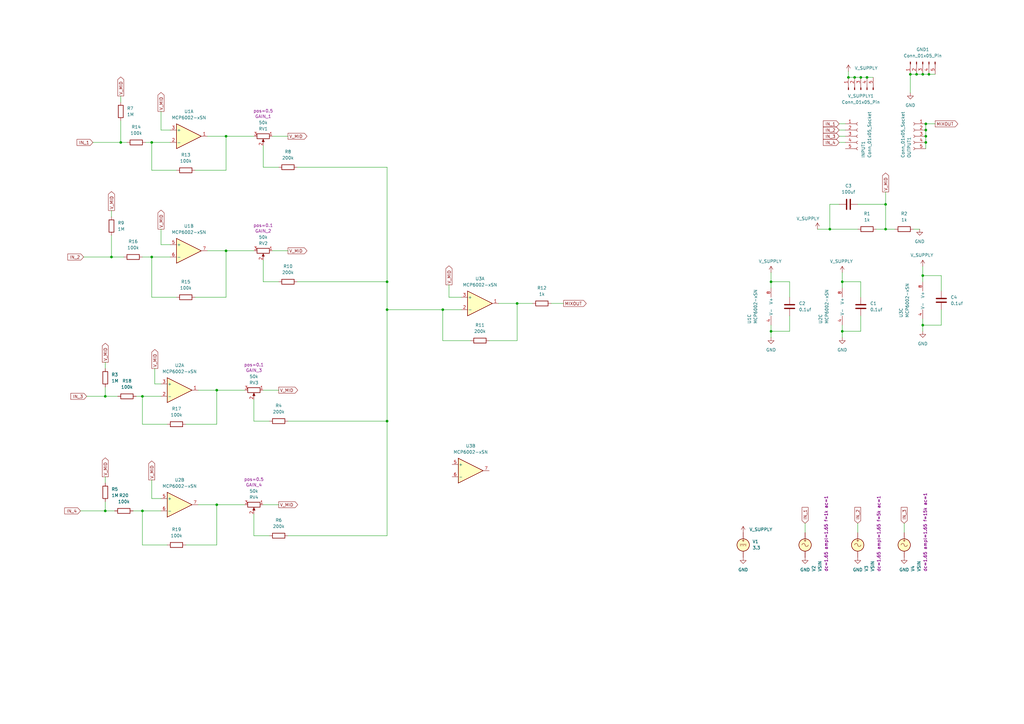
<source format=kicad_sch>
(kicad_sch (version 20231120) (generator "eeschema") (generator_version "8.0")
  (paper "A3")
  (lib_symbols
    (symbol "Amplifier_Operational:MCP6002-xSN" (pin_names (offset 0.127))
      (property "Reference" "U" (at 0 5.08 0))
      (property "Value" "MCP6002-xSN" (at 0 -5.08 0))
      (symbol "MCP6002-xSN_1_1"
        (polyline (pts (xy -5.08 5.08) (xy 5.08 0) (xy -5.08 -5.08) (xy -5.08 5.08)) (stroke (width 0.254)) (fill (type background)))
        (pin output line (at 7.62 0 180) (length 2.54) (name "~") (number "1"))
        (pin input line (at -7.62 -2.54 0) (length 2.54) (name "-") (number "2"))
        (pin input line (at -7.62 2.54 0) (length 2.54) (name "+") (number "3"))
      )
      (symbol "MCP6002-xSN_2_1"
        (polyline (pts (xy -5.08 5.08) (xy 5.08 0) (xy -5.08 -5.08) (xy -5.08 5.08)) (stroke (width 0.254)) (fill (type background)))
        (pin input line (at -7.62 2.54 0) (length 2.54) (name "+") (number "5"))
        (pin input line (at -7.62 -2.54 0) (length 2.54) (name "-") (number "6"))
        (pin output line (at 7.62 0 180) (length 2.54) (name "~") (number "7"))
      )
      (symbol "MCP6002-xSN_3_1"
        (pin power_in line (at -2.54 -7.62 90) (length 3.81) (name "V-") (number "4"))
        (pin power_in line (at -2.54 7.62 270) (length 3.81) (name "V+") (number "8"))
      )
    )
    (symbol "Connector:Conn_01x05_Pin" (pin_names (offset 1.016) hide)
      (property "Reference" "J" (at 0 7.62 0))
      (property "Value" "Conn_01x05_Pin" (at 0 -7.62 0))
      (symbol "Conn_01x05_Pin_1_1"
        (polyline (pts (xy 1.27 -5.08) (xy 0.8636 -5.08)) (stroke (width 0.1524)))
        (polyline (pts (xy 1.27 -2.54) (xy 0.8636 -2.54)) (stroke (width 0.1524)))
        (polyline (pts (xy 1.27 0) (xy 0.8636 0)) (stroke (width 0.1524)))
        (polyline (pts (xy 1.27 2.54) (xy 0.8636 2.54)) (stroke (width 0.1524)))
        (polyline (pts (xy 1.27 5.08) (xy 0.8636 5.08)) (stroke (width 0.1524)))
        (rectangle (start 0.8636 -4.953) (end 0 -5.207) (stroke (width 0.1524)) (fill (type outline)))
        (rectangle (start 0.8636 -2.413) (end 0 -2.667) (stroke (width 0.1524)) (fill (type outline)))
        (rectangle (start 0.8636 0.127) (end 0 -0.127) (stroke (width 0.1524)) (fill (type outline)))
        (rectangle (start 0.8636 2.667) (end 0 2.413) (stroke (width 0.1524)) (fill (type outline)))
        (rectangle (start 0.8636 5.207) (end 0 4.953) (stroke (width 0.1524)) (fill (type outline)))
        (pin passive line (at 5.08 5.08 180) (length 3.81) (name "Pin_1") (number "1"))
        (pin passive line (at 5.08 2.54 180) (length 3.81) (name "Pin_2") (number "2"))
        (pin passive line (at 5.08 0 180) (length 3.81) (name "Pin_3") (number "3"))
        (pin passive line (at 5.08 -2.54 180) (length 3.81) (name "Pin_4") (number "4"))
        (pin passive line (at 5.08 -5.08 180) (length 3.81) (name "Pin_5") (number "5"))
      )
    )
    (symbol "Connector:Conn_01x05_Socket" (pin_names (offset 1.016) hide)
      (property "Reference" "J" (at 0 7.62 0))
      (property "Value" "Conn_01x05_Socket" (at 0 -7.62 0))
      (symbol "Conn_01x05_Socket_1_1"
        (arc (start 0 -4.572) (mid -0.5058 -5.08) (end 0 -5.588) (stroke (width 0.1524)))
        (arc (start 0 -2.032) (mid -0.5058 -2.54) (end 0 -3.048) (stroke (width 0.1524)))
        (polyline (pts (xy -1.27 -5.08) (xy -0.508 -5.08)) (stroke (width 0.1524)))
        (polyline (pts (xy -1.27 -2.54) (xy -0.508 -2.54)) (stroke (width 0.1524)))
        (polyline (pts (xy -1.27 0) (xy -0.508 0)) (stroke (width 0.1524)))
        (polyline (pts (xy -1.27 2.54) (xy -0.508 2.54)) (stroke (width 0.1524)))
        (polyline (pts (xy -1.27 5.08) (xy -0.508 5.08)) (stroke (width 0.1524)))
        (arc (start 0 0.508) (mid -0.5058 0) (end 0 -0.508) (stroke (width 0.1524)))
        (arc (start 0 3.048) (mid -0.5058 2.54) (end 0 2.032) (stroke (width 0.1524)))
        (arc (start 0 5.588) (mid -0.5058 5.08) (end 0 4.572) (stroke (width 0.1524)))
        (pin passive line (at -5.08 5.08 0) (length 3.81) (name "Pin_1") (number "1"))
        (pin passive line (at -5.08 2.54 0) (length 3.81) (name "Pin_2") (number "2"))
        (pin passive line (at -5.08 0 0) (length 3.81) (name "Pin_3") (number "3"))
        (pin passive line (at -5.08 -2.54 0) (length 3.81) (name "Pin_4") (number "4"))
        (pin passive line (at -5.08 -5.08 0) (length 3.81) (name "Pin_5") (number "5"))
      )
    )
    (symbol "Device:C" (pin_numbers hide) (pin_names (offset 0.254))
      (property "Reference" "C" (at 0.635 2.54 0))
      (property "Value" "C" (at 0.635 -2.54 0))
      (symbol "C_0_1"
        (polyline (pts (xy -2.032 -0.762) (xy 2.032 -0.762)) (stroke (width 0.508)))
        (polyline (pts (xy -2.032 0.762) (xy 2.032 0.762)) (stroke (width 0.508)))
      )
      (symbol "C_1_1"
        (pin passive line (at 0 3.81 270) (length 2.794) (name "~") (number "1"))
        (pin passive line (at 0 -3.81 90) (length 2.794) (name "~") (number "2"))
      )
    )
    (symbol "Device:R" (pin_numbers hide) (pin_names (offset 0))
      (property "Reference" "R" (at 2.032 0 90))
      (property "Value" "R" (at 0 0 90))
      (symbol "R_0_1"
        (rectangle (start -1.016 -2.54) (end 1.016 2.54) (stroke (width 0.254)))
      )
      (symbol "R_1_1"
        (pin passive line (at 0 3.81 270) (length 1.27) (name "~") (number "1"))
        (pin passive line (at 0 -3.81 90) (length 1.27) (name "~") (number "2"))
      )
    )
    (symbol "Device:R_Potentiometer" (pin_names (offset 1.016) hide)
      (property "Reference" "RV" (at -4.445 0 90))
      (property "Value" "R_Potentiometer" (at -2.54 0 90))
      (symbol "R_Potentiometer_0_1"
        (polyline (pts (xy 2.54 0) (xy 1.524 0)))
        (polyline (pts (xy 1.143 0) (xy 2.286 0.508) (xy 2.286 -0.508) (xy 1.143 0)) (fill (type outline)))
        (rectangle (start 1.016 2.54) (end -1.016 -2.54) (stroke (width 0.254)))
      )
      (symbol "R_Potentiometer_1_1"
        (pin passive line (at 0 3.81 270) (length 1.27) (name "1") (number "1"))
        (pin passive line (at 3.81 0 180) (length 1.27) (name "2") (number "2"))
        (pin passive line (at 0 -3.81 90) (length 1.27) (name "3") (number "3"))
      )
    )
    (symbol "Simulation_SPICE:VDC" (pin_numbers hide) (pin_names (offset 0.0254))
      (property "Reference" "V" (at 2.54 2.54 0))
      (property "Value" "1" (at 2.54 0 0))
      (symbol "VDC_0_0"
        (polyline (pts (xy -1.27 0.254) (xy 1.27 0.254)))
        (polyline (pts (xy -0.762 -0.254) (xy -1.27 -0.254)))
        (polyline (pts (xy 0.254 -0.254) (xy -0.254 -0.254)))
        (polyline (pts (xy 1.27 -0.254) (xy 0.762 -0.254)))
        (text "+" (at 0 1.905 0) (effects (font (size 1.27 1.27))))
      )
      (symbol "VDC_0_1"
        (circle (center 0 0) (radius 2.54) (stroke (width 0.254)) (fill (type background)))
      )
      (symbol "VDC_1_1"
        (pin passive line (at 0 5.08 270) (length 2.54) (name "~") (number "1"))
        (pin passive line (at 0 -5.08 90) (length 2.54) (name "~") (number "2"))
      )
    )
    (symbol "Simulation_SPICE:VSIN" (pin_numbers hide) (pin_names (offset 0.0254))
      (property "Reference" "V" (at 2.54 2.54 0))
      (property "Value" "VSIN" (at 2.54 0 0))
      (property "Sim.Params" "dc=0 ampl=1 f=1k ac=1" (at 2.54 -2.54 0))
      (symbol "VSIN_0_0"
        (arc (start 0 0) (mid -0.635 0.6323) (end -1.27 0))
        (arc (start 0 0) (mid 0.635 -0.6323) (end 1.27 0))
        (text "+" (at 0 1.905 0) (effects (font (size 1.27 1.27))))
      )
      (symbol "VSIN_0_1"
        (circle (center 0 0) (radius 2.54) (stroke (width 0.254)) (fill (type background)))
      )
      (symbol "VSIN_1_1"
        (pin passive line (at 0 5.08 270) (length 2.54) (name "~") (number "1"))
        (pin passive line (at 0 -5.08 90) (length 2.54) (name "~") (number "2"))
      )
    )
    (symbol "power:+5V" (power) (pin_numbers hide) (pin_names (offset 0) hide)
      (property "Value" "+5V" (at 0 3.556 0))
      (symbol "+5V_0_1"
        (polyline (pts (xy -0.762 1.27) (xy 0 2.54)))
        (polyline (pts (xy 0 0) (xy 0 2.54)))
        (polyline (pts (xy 0 2.54) (xy 0.762 1.27)))
      )
      (symbol "+5V_1_1"
        (pin power_in line (at 0 0 90) (length 0) (name "~") (number "1"))
      )
    )
    (symbol "power:GND" (power) (pin_numbers hide) (pin_names (offset 0) hide)
      (property "Value" "GND" (at 0 -3.81 0))
      (symbol "GND_0_1"
        (polyline (pts (xy 0 0) (xy 0 -1.27) (xy 1.27 -1.27) (xy 0 -2.54) (xy -1.27 -1.27) (xy 0 -1.27)))
      )
      (symbol "GND_1_1"
        (pin power_in line (at 0 0 270) (length 0) (name "~") (number "1"))
      )
    )
  )
  (junction (at 88.9 160.02))
  (junction (at 340.36 93.98))
  (junction (at 350.52 31.75))
  (junction (at 58.42 162.56))
  (junction (at 88.9 207.01))
  (junction (at 345.44 115.57))
  (junction (at 375.92 30.48))
  (junction (at 347.98 31.75))
  (junction (at 379.73 53.34))
  (junction (at 92.71 55.88))
  (junction (at 379.73 55.88))
  (junction (at 316.23 115.57))
  (junction (at 158.75 115.57))
  (junction (at 355.6 31.75))
  (junction (at 381 30.48))
  (junction (at 363.22 93.98))
  (junction (at 62.23 58.42))
  (junction (at 58.42 209.55))
  (junction (at 363.22 83.82))
  (junction (at 62.23 105.41))
  (junction (at 158.75 127))
  (junction (at 378.46 30.48))
  (junction (at 92.71 102.87))
  (junction (at 49.53 58.42))
  (junction (at 158.75 172.72))
  (junction (at 378.46 113.03))
  (junction (at 378.46 133.35))
  (junction (at 45.72 105.41))
  (junction (at 43.18 209.55))
  (junction (at 353.06 31.75))
  (junction (at 379.73 50.8))
  (junction (at 181.61 127))
  (junction (at 345.44 135.89))
  (junction (at 316.23 135.89))
  (junction (at 212.09 124.46))
  (junction (at 373.38 30.48))
  (junction (at 43.18 162.56))
  (junction (at 379.73 58.42))
  (wire (pts (xy 370.84 214.63) (xy 370.84 218.44)))
  (wire (pts (xy 54.61 209.55) (xy 58.42 209.55)))
  (wire (pts (xy 121.92 68.58) (xy 158.75 68.58)))
  (wire (pts (xy 66.04 100.33) (xy 69.85 100.33)))
  (wire (pts (xy 344.17 58.42) (xy 346.71 58.42)))
  (wire (pts (xy 378.46 135.89) (xy 378.46 133.35)))
  (wire (pts (xy 69.85 53.34) (xy 66.04 53.34)))
  (wire (pts (xy 386.08 119.38) (xy 386.08 113.03)))
  (wire (pts (xy 158.75 127) (xy 181.61 127)))
  (wire (pts (xy 50.8 105.41) (xy 45.72 105.41)))
  (wire (pts (xy 107.95 115.57) (xy 114.3 115.57)))
  (wire (pts (xy 323.85 121.92) (xy 323.85 115.57)))
  (wire (pts (xy 107.95 106.68) (xy 107.95 115.57)))
  (wire (pts (xy 80.01 121.92) (xy 92.71 121.92)))
  (wire (pts (xy 63.5 151.13) (xy 63.5 157.48)))
  (wire (pts (xy 80.01 69.85) (xy 92.71 69.85)))
  (wire (pts (xy 72.39 121.92) (xy 62.23 121.92)))
  (wire (pts (xy 58.42 162.56) (xy 66.04 162.56)))
  (wire (pts (xy 323.85 129.54) (xy 323.85 135.89)))
  (wire (pts (xy 193.04 139.7) (xy 181.61 139.7)))
  (wire (pts (xy 88.9 160.02) (xy 100.33 160.02)))
  (wire (pts (xy 355.6 31.75) (xy 358.14 31.75)))
  (wire (pts (xy 340.36 93.98) (xy 351.79 93.98)))
  (wire (pts (xy 353.06 129.54) (xy 353.06 135.89)))
  (wire (pts (xy 62.23 105.41) (xy 62.23 121.92)))
  (wire (pts (xy 88.9 207.01) (xy 88.9 223.52)))
  (wire (pts (xy 204.47 124.46) (xy 212.09 124.46)))
  (wire (pts (xy 379.73 58.42) (xy 379.73 60.96)))
  (wire (pts (xy 158.75 172.72) (xy 158.75 127)))
  (wire (pts (xy 107.95 160.02) (xy 114.3 160.02)))
  (wire (pts (xy 347.98 31.75) (xy 350.52 31.75)))
  (wire (pts (xy 316.23 111.76) (xy 316.23 115.57)))
  (wire (pts (xy 111.76 102.87) (xy 118.11 102.87)))
  (wire (pts (xy 111.76 55.88) (xy 118.11 55.88)))
  (wire (pts (xy 62.23 196.85) (xy 62.23 204.47)))
  (wire (pts (xy 35.56 162.56) (xy 43.18 162.56)))
  (wire (pts (xy 88.9 207.01) (xy 100.33 207.01)))
  (wire (pts (xy 68.58 173.99) (xy 58.42 173.99)))
  (wire (pts (xy 386.08 127) (xy 386.08 133.35)))
  (wire (pts (xy 344.17 53.34) (xy 346.71 53.34)))
  (wire (pts (xy 316.23 135.89) (xy 316.23 133.35)))
  (wire (pts (xy 218.44 124.46) (xy 212.09 124.46)))
  (wire (pts (xy 381 30.48) (xy 383.54 30.48)))
  (wire (pts (xy 345.44 111.76) (xy 345.44 115.57)))
  (wire (pts (xy 363.22 78.74) (xy 363.22 83.82)))
  (wire (pts (xy 316.23 138.43) (xy 316.23 135.89)))
  (wire (pts (xy 363.22 93.98) (xy 367.03 93.98)))
  (wire (pts (xy 353.06 135.89) (xy 345.44 135.89)))
  (wire (pts (xy 379.73 50.8) (xy 379.73 53.34)))
  (wire (pts (xy 378.46 113.03) (xy 378.46 115.57)))
  (wire (pts (xy 353.06 31.75) (xy 355.6 31.75)))
  (wire (pts (xy 58.42 209.55) (xy 58.42 223.52)))
  (wire (pts (xy 58.42 105.41) (xy 62.23 105.41)))
  (wire (pts (xy 81.28 207.01) (xy 88.9 207.01)))
  (wire (pts (xy 330.2 214.63) (xy 330.2 218.44)))
  (wire (pts (xy 373.38 30.48) (xy 375.92 30.48)))
  (wire (pts (xy 377.19 93.98) (xy 374.65 93.98)))
  (wire (pts (xy 43.18 209.55) (xy 46.99 209.55)))
  (wire (pts (xy 373.38 30.48) (xy 373.38 38.1)))
  (wire (pts (xy 335.28 93.98) (xy 340.36 93.98)))
  (wire (pts (xy 43.18 148.59) (xy 43.18 151.13)))
  (wire (pts (xy 323.85 135.89) (xy 316.23 135.89)))
  (wire (pts (xy 353.06 121.92) (xy 353.06 115.57)))
  (wire (pts (xy 347.98 31.75) (xy 347.98 29.21)))
  (wire (pts (xy 104.14 219.71) (xy 110.49 219.71)))
  (wire (pts (xy 212.09 124.46) (xy 212.09 139.7)))
  (wire (pts (xy 66.04 53.34) (xy 66.04 45.72)))
  (wire (pts (xy 62.23 105.41) (xy 69.85 105.41)))
  (wire (pts (xy 344.17 83.82) (xy 340.36 83.82)))
  (wire (pts (xy 107.95 59.69) (xy 107.95 68.58)))
  (wire (pts (xy 181.61 139.7) (xy 181.61 127)))
  (wire (pts (xy 386.08 113.03) (xy 378.46 113.03)))
  (wire (pts (xy 344.17 50.8) (xy 346.71 50.8)))
  (wire (pts (xy 88.9 160.02) (xy 88.9 173.99)))
  (wire (pts (xy 340.36 83.82) (xy 340.36 93.98)))
  (wire (pts (xy 58.42 209.55) (xy 66.04 209.55)))
  (wire (pts (xy 158.75 115.57) (xy 158.75 127)))
  (wire (pts (xy 378.46 30.48) (xy 381 30.48)))
  (wire (pts (xy 49.53 58.42) (xy 52.07 58.42)))
  (wire (pts (xy 107.95 207.01) (xy 114.3 207.01)))
  (wire (pts (xy 212.09 139.7) (xy 200.66 139.7)))
  (wire (pts (xy 34.29 105.41) (xy 45.72 105.41)))
  (wire (pts (xy 231.14 124.46) (xy 226.06 124.46)))
  (wire (pts (xy 158.75 219.71) (xy 158.75 172.72)))
  (wire (pts (xy 316.23 115.57) (xy 316.23 118.11)))
  (wire (pts (xy 49.53 39.37) (xy 49.53 41.91)))
  (wire (pts (xy 118.11 219.71) (xy 158.75 219.71)))
  (wire (pts (xy 38.1 58.42) (xy 49.53 58.42)))
  (wire (pts (xy 104.14 163.83) (xy 104.14 172.72)))
  (wire (pts (xy 383.54 50.8) (xy 379.73 50.8)))
  (wire (pts (xy 378.46 109.22) (xy 378.46 113.03)))
  (wire (pts (xy 92.71 102.87) (xy 92.71 121.92)))
  (wire (pts (xy 184.15 116.84) (xy 184.15 121.92)))
  (wire (pts (xy 76.2 173.99) (xy 88.9 173.99)))
  (wire (pts (xy 118.11 172.72) (xy 158.75 172.72)))
  (wire (pts (xy 66.04 93.98) (xy 66.04 100.33)))
  (wire (pts (xy 85.09 102.87) (xy 92.71 102.87)))
  (wire (pts (xy 158.75 68.58) (xy 158.75 115.57)))
  (wire (pts (xy 45.72 96.52) (xy 45.72 105.41)))
  (wire (pts (xy 43.18 162.56) (xy 48.26 162.56)))
  (wire (pts (xy 353.06 115.57) (xy 345.44 115.57)))
  (wire (pts (xy 59.69 58.42) (xy 62.23 58.42)))
  (wire (pts (xy 344.17 55.88) (xy 346.71 55.88)))
  (wire (pts (xy 104.14 210.82) (xy 104.14 219.71)))
  (wire (pts (xy 43.18 158.75) (xy 43.18 162.56)))
  (wire (pts (xy 363.22 83.82) (xy 363.22 93.98)))
  (wire (pts (xy 345.44 135.89) (xy 345.44 133.35)))
  (wire (pts (xy 350.52 31.75) (xy 353.06 31.75)))
  (wire (pts (xy 104.14 172.72) (xy 110.49 172.72)))
  (wire (pts (xy 43.18 195.58) (xy 43.18 198.12)))
  (wire (pts (xy 323.85 115.57) (xy 316.23 115.57)))
  (wire (pts (xy 181.61 127) (xy 189.23 127)))
  (wire (pts (xy 81.28 160.02) (xy 88.9 160.02)))
  (wire (pts (xy 379.73 55.88) (xy 379.73 58.42)))
  (wire (pts (xy 359.41 93.98) (xy 363.22 93.98)))
  (wire (pts (xy 45.72 86.36) (xy 45.72 88.9)))
  (wire (pts (xy 63.5 157.48) (xy 66.04 157.48)))
  (wire (pts (xy 345.44 115.57) (xy 345.44 118.11)))
  (wire (pts (xy 351.79 83.82) (xy 363.22 83.82)))
  (wire (pts (xy 107.95 68.58) (xy 114.3 68.58)))
  (wire (pts (xy 92.71 55.88) (xy 104.14 55.88)))
  (wire (pts (xy 33.02 209.55) (xy 43.18 209.55)))
  (wire (pts (xy 72.39 69.85) (xy 62.23 69.85)))
  (wire (pts (xy 62.23 58.42) (xy 62.23 69.85)))
  (wire (pts (xy 58.42 162.56) (xy 58.42 173.99)))
  (wire (pts (xy 379.73 53.34) (xy 379.73 55.88)))
  (wire (pts (xy 184.15 121.92) (xy 189.23 121.92)))
  (wire (pts (xy 68.58 223.52) (xy 58.42 223.52)))
  (wire (pts (xy 49.53 49.53) (xy 49.53 58.42)))
  (wire (pts (xy 378.46 133.35) (xy 378.46 130.81)))
  (wire (pts (xy 76.2 223.52) (xy 88.9 223.52)))
  (wire (pts (xy 85.09 55.88) (xy 92.71 55.88)))
  (wire (pts (xy 351.79 214.63) (xy 351.79 218.44)))
  (wire (pts (xy 92.71 102.87) (xy 104.14 102.87)))
  (wire (pts (xy 55.88 162.56) (xy 58.42 162.56)))
  (wire (pts (xy 92.71 55.88) (xy 92.71 69.85)))
  (wire (pts (xy 62.23 204.47) (xy 66.04 204.47)))
  (wire (pts (xy 43.18 205.74) (xy 43.18 209.55)))
  (wire (pts (xy 386.08 133.35) (xy 378.46 133.35)))
  (wire (pts (xy 345.44 138.43) (xy 345.44 135.89)))
  (wire (pts (xy 121.92 115.57) (xy 158.75 115.57)))
  (wire (pts (xy 375.92 30.48) (xy 378.46 30.48)))
  (wire (pts (xy 62.23 58.42) (xy 69.85 58.42)))
  (global_label "V_MID" (shape output) (at 43.18 195.58 90) (property "Intersheetrefs" "${INTERSHEET_REFS}" (effects (hide yes))))
  (global_label "IN_3" (shape input) (at 35.56 162.56 180) (property "Intersheetrefs" "${INTERSHEET_REFS}" (effects (hide yes))))
  (global_label "V_MID" (shape output) (at 118.11 102.87 0) (property "Intersheetrefs" "${INTERSHEET_REFS}" (effects (hide yes))))
  (global_label "IN_1" (shape input) (at 38.1 58.42 180) (property "Intersheetrefs" "${INTERSHEET_REFS}" (effects (hide yes))))
  (global_label "IN_4" (shape input) (at 33.02 209.55 180) (property "Intersheetrefs" "${INTERSHEET_REFS}" (effects (hide yes))))
  (global_label "IN_1" (shape input) (at 344.17 50.8 180) (property "Intersheetrefs" "${INTERSHEET_REFS}" (effects (hide yes))))
  (global_label "V_MID" (shape output) (at 63.5 151.13 90) (property "Intersheetrefs" "${INTERSHEET_REFS}" (effects (hide yes))))
  (global_label "IN_3" (shape input) (at 344.17 55.88 180) (property "Intersheetrefs" "${INTERSHEET_REFS}" (effects (hide yes))))
  (global_label "V_MID" (shape output) (at 43.18 148.59 90) (property "Intersheetrefs" "${INTERSHEET_REFS}" (effects (hide yes))))
  (global_label "V_MID" (shape output) (at 114.3 160.02 0) (property "Intersheetrefs" "${INTERSHEET_REFS}" (effects (hide yes))))
  (global_label "V_MID" (shape output) (at 45.72 86.36 90) (property "Intersheetrefs" "${INTERSHEET_REFS}" (effects (hide yes))))
  (global_label "IN_2" (shape input) (at 351.79 214.63 90) (property "Intersheetrefs" "${INTERSHEET_REFS}" (effects (hide yes))))
  (global_label "V_MID" (shape output) (at 49.53 39.37 90) (property "Intersheetrefs" "${INTERSHEET_REFS}" (effects (hide yes))))
  (global_label "V_MID" (shape output) (at 66.04 93.98 90) (property "Intersheetrefs" "${INTERSHEET_REFS}" (effects (hide yes))))
  (global_label "V_MID" (shape output) (at 118.11 55.88 0) (property "Intersheetrefs" "${INTERSHEET_REFS}" (effects (hide yes))))
  (global_label "IN_4" (shape input) (at 344.17 58.42 180) (property "Intersheetrefs" "${INTERSHEET_REFS}" (effects (hide yes))))
  (global_label "MIXOUT" (shape output) (at 231.14 124.46 0) (property "Intersheetrefs" "${INTERSHEET_REFS}" (effects (hide yes))))
  (global_label "IN_2" (shape input) (at 34.29 105.41 180) (property "Intersheetrefs" "${INTERSHEET_REFS}" (effects (hide yes))))
  (global_label "V_MID" (shape output) (at 184.15 116.84 90) (property "Intersheetrefs" "${INTERSHEET_REFS}" (effects (hide yes))))
  (global_label "IN_1" (shape input) (at 330.2 214.63 90) (property "Intersheetrefs" "${INTERSHEET_REFS}" (effects (hide yes))))
  (global_label "V_MID" (shape output) (at 114.3 207.01 0) (property "Intersheetrefs" "${INTERSHEET_REFS}" (effects (hide yes))))
  (global_label "IN_2" (shape input) (at 344.17 53.34 180) (property "Intersheetrefs" "${INTERSHEET_REFS}" (effects (hide yes))))
  (global_label "V_MID" (shape output) (at 363.22 78.74 90) (property "Intersheetrefs" "${INTERSHEET_REFS}" (effects (hide yes))))
  (global_label "IN_3" (shape input) (at 370.84 214.63 90) (property "Intersheetrefs" "${INTERSHEET_REFS}" (effects (hide yes))))
  (global_label "V_MID" (shape output) (at 62.23 196.85 90) (property "Intersheetrefs" "${INTERSHEET_REFS}" (effects (hide yes))))
  (global_label "MIXOUT" (shape output) (at 383.54 50.8 0) (property "Intersheetrefs" "${INTERSHEET_REFS}" (effects (hide yes))))
  (global_label "V_MID" (shape output) (at 66.04 45.72 90) (property "Intersheetrefs" "${INTERSHEET_REFS}" (effects (hide yes))))
  (symbol (lib_id "Simulation_SPICE:VSIN") (at 370.84 223.52 0) (unit 1) (on_board no)
    (property "Reference" "V4" (at 374.396 234.442 90) (effects (justify left)))
    (property "Value" "VSIN" (at 376.936 234.442 90) (effects (justify left)))
    (property "Datasheet" "https://ngspice.sourceforge.io/docs/ngspice-html-manual/manual.xhtml#sec_Independent_Sources_for" (effects (hide yes)))
    (property "Description" "Voltage source, sinusoidal" (effects (hide yes)))
    (property "Sim.Pins" "1=+ 2=-" (effects (hide yes)))
    (property "Sim.Params" "dc=1.65 ampl=1.65 f=15k ac=1" (at 379.476 234.442 90) (effects (justify left)))
    (property "Sim.Type" "SIN" (effects (hide yes)))
    (property "Sim.Device" "V" (effects (hide yes)))
  )
  (symbol (lib_id "Device:R") (at 355.6 93.98 90) (unit 1)
    (property "Reference" "R1" (at 355.6 87.63 90))
    (property "Value" "1k" (at 355.6 90.17 90))
    (property "Footprint" "Resistor_SMD:R_0402_1005Metric" (effects (hide yes)))
    (property "Description" "Resistor" (effects (hide yes)))
  )
  (symbol (lib_id "Simulation_SPICE:VDC") (at 304.8 223.52 0) (unit 1) (on_board no)
    (property "Reference" "V1" (at 308.61 222.1201 0) (effects (justify left)))
    (property "Value" "3.3" (at 308.61 224.6601 0) (effects (justify left)))
    (property "Datasheet" "https://ngspice.sourceforge.io/docs/ngspice-html-manual/manual.xhtml#sec_Independent_Sources_for" (effects (hide yes)))
    (property "Description" "Voltage source, DC" (effects (hide yes)))
    (property "Sim.Pins" "1=+ 2=-" (effects (hide yes)))
    (property "Sim.Type" "DC" (effects (hide yes)))
    (property "Sim.Device" "V" (effects (hide yes)))
  )
  (symbol (lib_id "power:+5V") (at 345.44 111.76 0) (unit 1)
    (property "Reference" "#PWR08" (effects (hide yes)))
    (property "Value" "V_SUPPLY" (at 340.36 107.188 0) (effects (justify left)))
    (property "Description" "Power symbol creates a global label with name \"+5V\"" (effects (hide yes)))
  )
  (symbol (lib_id "Device:C") (at 353.06 125.73 0) (unit 1)
    (property "Reference" "C1" (at 356.87 124.4599 0) (effects (justify left)))
    (property "Value" "0.1uf" (at 356.87 126.9999 0) (effects (justify left)))
    (property "Footprint" "Capacitor_SMD:C_0402_1005Metric" (effects (hide yes)))
    (property "Description" "Unpolarized capacitor" (effects (hide yes)))
  )
  (symbol (lib_id "Connector:Conn_01x05_Pin") (at 353.06 36.83 90) (unit 1) (exclude_from_sim yes)
    (property "Reference" "V_SUPPLY1" (at 353.06 39.37 90))
    (property "Value" "Conn_01x05_Pin" (at 353.06 41.91 90))
    (property "Footprint" "BreadModular_MISC:Power_Connector" (effects (hide yes)))
    (property "Description" "Generic connector, single row, 01x05, script generated" (effects (hide yes)))
  )
  (symbol (lib_id "Amplifier_Operational:MCP6002-xSN") (at 381 123.19 0) (unit 3)
    (property "Reference" "U3" (at 369.57 130.302 90) (effects (justify left)))
    (property "Value" "MCP6002-xSN" (at 372.11 130.302 90) (effects (justify left)))
    (property "Footprint" "Package_SO:SOIC-8-1EP_3.9x4.9mm_P1.27mm_EP2.29x3mm" (effects (hide yes)))
    (property "Datasheet" "http://ww1.microchip.com/downloads/en/DeviceDoc/21733j.pdf" (effects (hide yes)))
    (property "Description" "1MHz, Low-Power Op Amp, SOIC-8" (effects (hide yes)))
    (property "Sim.Library" "${KICAD8_SYMBOL_DIR}/Simulation_SPICE.sp" (effects (hide yes)))
    (property "Sim.Name" "kicad_builtin_opamp_dual" (effects (hide yes)))
    (property "Sim.Device" "SUBCKT" (effects (hide yes)))
    (property "Sim.Pins" "1=out1 2=in1- 3=in1+ 4=vee 5=in2+ 6=in2- 7=out2 8=vcc" (effects (hide yes)))
  )
  (symbol (lib_id "Device:R_Potentiometer") (at 104.14 160.02 270) (unit 1)
    (property "Reference" "RV3" (at 104.14 156.972 90))
    (property "Value" "50k" (at 104.14 154.432 90))
    (property "Footprint" "BreadModular_Pots:Potentiometer_RV09" (effects (hide yes)))
    (property "Description" "Potentiometer" (effects (hide yes)))
    (property "Sim.Device" "R" (effects (hide yes)))
    (property "Sim.Type" "POT" (effects (hide yes)))
    (property "Sim.Pins" "1=r0 2=wiper 3=r1" (effects (hide yes)))
    (property "Sim.Params" "pos=0.1" (at 104.14 149.606 90))
    (property "Comment" "GAIN_3" (at 104.14 151.892 90))
  )
  (symbol (lib_id "Device:R") (at 50.8 209.55 90) (unit 1)
    (property "Reference" "R20" (at 50.8 203.2 90))
    (property "Value" "100k" (at 50.8 205.74 90))
    (property "Footprint" "Resistor_SMD:R_0402_1005Metric" (effects (hide yes)))
    (property "Description" "Resistor" (effects (hide yes)))
  )
  (symbol (lib_id "power:GND") (at 316.23 138.43 0) (unit 1)
    (property "Reference" "#PWR011" (effects (hide yes)))
    (property "Value" "GND" (at 316.23 143.51 0))
    (property "Description" "Power symbol creates a global label with name \"GND\" , ground" (effects (hide yes)))
  )
  (symbol (lib_id "Device:R_Potentiometer") (at 104.14 207.01 270) (unit 1)
    (property "Reference" "RV4" (at 104.14 203.962 90))
    (property "Value" "50k" (at 104.14 201.422 90))
    (property "Footprint" "BreadModular_Pots:Potentiometer_RV09" (effects (hide yes)))
    (property "Description" "Potentiometer" (effects (hide yes)))
    (property "Sim.Device" "R" (effects (hide yes)))
    (property "Sim.Type" "POT" (effects (hide yes)))
    (property "Sim.Pins" "1=r0 2=wiper 3=r1" (effects (hide yes)))
    (property "Sim.Params" "pos=0.5" (at 104.14 196.596 90))
    (property "Comment" "GAIN_4" (at 104.14 198.882 90))
  )
  (symbol (lib_id "Device:R") (at 196.85 139.7 90) (unit 1)
    (property "Reference" "R11" (at 196.85 133.35 90))
    (property "Value" "200k" (at 196.85 135.89 90))
    (property "Footprint" "Resistor_SMD:R_0402_1005Metric" (effects (hide yes)))
    (property "Description" "Resistor" (effects (hide yes)))
  )
  (symbol (lib_id "Amplifier_Operational:MCP6002-xSN") (at 318.77 125.73 0) (unit 3)
    (property "Reference" "U1" (at 307.34 132.842 90) (effects (justify left)))
    (property "Value" "MCP6002-xSN" (at 309.88 132.842 90) (effects (justify left)))
    (property "Footprint" "Package_SO:SOIC-8-1EP_3.9x4.9mm_P1.27mm_EP2.29x3mm" (effects (hide yes)))
    (property "Datasheet" "http://ww1.microchip.com/downloads/en/DeviceDoc/21733j.pdf" (effects (hide yes)))
    (property "Description" "1MHz, Low-Power Op Amp, SOIC-8" (effects (hide yes)))
    (property "Sim.Library" "${KICAD8_SYMBOL_DIR}/Simulation_SPICE.sp" (effects (hide yes)))
    (property "Sim.Name" "kicad_builtin_opamp_dual" (effects (hide yes)))
    (property "Sim.Device" "SUBCKT" (effects (hide yes)))
    (property "Sim.Pins" "1=out1 2=in1- 3=in1+ 4=vee 5=in2+ 6=in2- 7=out2 8=vcc" (effects (hide yes)))
  )
  (symbol (lib_id "Simulation_SPICE:VSIN") (at 351.79 223.52 0) (unit 1) (on_board no)
    (property "Reference" "V3" (at 355.346 234.442 90) (effects (justify left)))
    (property "Value" "VSIN" (at 357.886 234.442 90) (effects (justify left)))
    (property "Datasheet" "https://ngspice.sourceforge.io/docs/ngspice-html-manual/manual.xhtml#sec_Independent_Sources_for" (effects (hide yes)))
    (property "Description" "Voltage source, sinusoidal" (effects (hide yes)))
    (property "Sim.Pins" "1=+ 2=-" (effects (hide yes)))
    (property "Sim.Params" "dc=1.65 ampl=1.65 f=5k ac=1" (at 360.426 234.442 90) (effects (justify left)))
    (property "Sim.Type" "SIN" (effects (hide yes)))
    (property "Sim.Device" "V" (effects (hide yes)))
  )
  (symbol (lib_id "Device:R") (at 45.72 92.71 0) (unit 1)
    (property "Reference" "R9" (at 48.26 91.4399 0) (effects (justify left)))
    (property "Value" "1M" (at 48.26 93.9799 0) (effects (justify left)))
    (property "Footprint" "Resistor_SMD:R_0402_1005Metric" (effects (hide yes)))
    (property "Description" "Resistor" (effects (hide yes)))
  )
  (symbol (lib_id "Device:R") (at 54.61 105.41 90) (unit 1)
    (property "Reference" "R16" (at 54.61 99.06 90))
    (property "Value" "100k" (at 54.61 101.6 90))
    (property "Footprint" "Resistor_SMD:R_0402_1005Metric" (effects (hide yes)))
    (property "Description" "Resistor" (effects (hide yes)))
  )
  (symbol (lib_id "Device:R") (at 43.18 154.94 0) (unit 1)
    (property "Reference" "R3" (at 45.72 153.6699 0) (effects (justify left)))
    (property "Value" "1M" (at 45.72 156.2099 0) (effects (justify left)))
    (property "Footprint" "Resistor_SMD:R_0402_1005Metric" (effects (hide yes)))
    (property "Description" "Resistor" (effects (hide yes)))
  )
  (symbol (lib_id "power:+5V") (at 304.8 218.44 0) (unit 1)
    (property "Reference" "#PWR02" (effects (hide yes)))
    (property "Value" "V_SUPPLY" (at 307.34 217.1699 0) (effects (justify left)))
    (property "Description" "Power symbol creates a global label with name \"+5V\"" (effects (hide yes)))
  )
  (symbol (lib_id "Simulation_SPICE:VSIN") (at 330.2 223.52 0) (unit 1) (on_board no)
    (property "Reference" "V2" (at 333.756 234.442 90) (effects (justify left)))
    (property "Value" "VSIN" (at 336.296 234.442 90) (effects (justify left)))
    (property "Datasheet" "https://ngspice.sourceforge.io/docs/ngspice-html-manual/manual.xhtml#sec_Independent_Sources_for" (effects (hide yes)))
    (property "Description" "Voltage source, sinusoidal" (effects (hide yes)))
    (property "Sim.Pins" "1=+ 2=-" (effects (hide yes)))
    (property "Sim.Params" "dc=1.65 ampl=1.65 f=1k ac=1" (at 338.836 234.442 90) (effects (justify left)))
    (property "Sim.Type" "SIN" (effects (hide yes)))
    (property "Sim.Device" "V" (effects (hide yes)))
  )
  (symbol (lib_id "Amplifier_Operational:MCP6002-xSN") (at 196.85 124.46 0) (unit 1)
    (property "Reference" "U3" (at 196.85 114.3 0))
    (property "Value" "MCP6002-xSN" (at 196.85 116.84 0))
    (property "Footprint" "Package_SO:SOIC-8-1EP_3.9x4.9mm_P1.27mm_EP2.29x3mm" (effects (hide yes)))
    (property "Datasheet" "http://ww1.microchip.com/downloads/en/DeviceDoc/21733j.pdf" (effects (hide yes)))
    (property "Description" "1MHz, Low-Power Op Amp, SOIC-8" (effects (hide yes)))
    (property "Sim.Library" "${KICAD8_SYMBOL_DIR}/Simulation_SPICE.sp" (effects (hide yes)))
    (property "Sim.Name" "kicad_builtin_opamp_dual" (effects (hide yes)))
    (property "Sim.Device" "SUBCKT" (effects (hide yes)))
    (property "Sim.Pins" "1=out1 2=in1- 3=in1+ 4=vee 5=in2+ 6=in2- 7=out2 8=vcc" (effects (hide yes)))
  )
  (symbol (lib_id "power:+5V") (at 347.98 29.21 0) (unit 1)
    (property "Reference" "#PWR01" (effects (hide yes)))
    (property "Value" "V_SUPPLY" (at 350.52 27.9399 0) (effects (justify left)))
    (property "Description" "Power symbol creates a global label with name \"+5V\"" (effects (hide yes)))
  )
  (symbol (lib_id "Amplifier_Operational:MCP6002-xSN") (at 193.04 193.04 0) (unit 2)
    (property "Reference" "U3" (at 193.04 182.88 0))
    (property "Value" "MCP6002-xSN" (at 193.04 185.42 0))
    (property "Footprint" "Package_SO:SOIC-8-1EP_3.9x4.9mm_P1.27mm_EP2.29x3mm" (effects (hide yes)))
    (property "Datasheet" "http://ww1.microchip.com/downloads/en/DeviceDoc/21733j.pdf" (effects (hide yes)))
    (property "Description" "1MHz, Low-Power Op Amp, SOIC-8" (effects (hide yes)))
    (property "Sim.Library" "${KICAD8_SYMBOL_DIR}/Simulation_SPICE.sp" (effects (hide yes)))
    (property "Sim.Name" "kicad_builtin_opamp_dual" (effects (hide yes)))
    (property "Sim.Device" "SUBCKT" (effects (hide yes)))
    (property "Sim.Pins" "1=out1 2=in1- 3=in1+ 4=vee 5=in2+ 6=in2- 7=out2 8=vcc" (effects (hide yes)))
  )
  (symbol (lib_id "power:GND") (at 373.38 38.1 0) (unit 1)
    (property "Reference" "#PWR05" (effects (hide yes)))
    (property "Value" "GND" (at 373.38 43.18 0))
    (property "Description" "Power symbol creates a global label with name \"GND\" , ground" (effects (hide yes)))
  )
  (symbol (lib_id "Device:R") (at 222.25 124.46 90) (unit 1)
    (property "Reference" "R12" (at 222.25 118.11 90))
    (property "Value" "1k" (at 222.25 120.65 90))
    (property "Footprint" "Resistor_SMD:R_0402_1005Metric" (effects (hide yes)))
    (property "Description" "Resistor" (effects (hide yes)))
  )
  (symbol (lib_id "Device:R_Potentiometer") (at 107.95 55.88 270) (unit 1)
    (property "Reference" "RV1" (at 107.95 52.832 90))
    (property "Value" "50k" (at 107.95 50.292 90))
    (property "Footprint" "BreadModular_Pots:Potentiometer_RV09" (effects (hide yes)))
    (property "Description" "Potentiometer" (effects (hide yes)))
    (property "Sim.Device" "R" (effects (hide yes)))
    (property "Sim.Type" "POT" (effects (hide yes)))
    (property "Sim.Pins" "1=r0 2=wiper 3=r1" (effects (hide yes)))
    (property "Sim.Params" "pos=0.5" (at 107.95 45.466 90))
    (property "Comment" "GAIN_1" (at 107.95 47.752 90))
  )
  (symbol (lib_id "Device:R") (at 76.2 121.92 90) (unit 1)
    (property "Reference" "R15" (at 76.2 115.57 90))
    (property "Value" "100k" (at 76.2 118.11 90))
    (property "Footprint" "Resistor_SMD:R_0402_1005Metric" (effects (hide yes)))
    (property "Description" "Resistor" (effects (hide yes)))
  )
  (symbol (lib_id "Amplifier_Operational:MCP6002-xSN") (at 73.66 207.01 0) (unit 2)
    (property "Reference" "U2" (at 73.66 196.85 0))
    (property "Value" "MCP6002-xSN" (at 73.66 199.39 0))
    (property "Footprint" "Package_SO:SOIC-8-1EP_3.9x4.9mm_P1.27mm_EP2.29x3mm" (effects (hide yes)))
    (property "Datasheet" "http://ww1.microchip.com/downloads/en/DeviceDoc/21733j.pdf" (effects (hide yes)))
    (property "Description" "1MHz, Low-Power Op Amp, SOIC-8" (effects (hide yes)))
    (property "Sim.Library" "${KICAD8_SYMBOL_DIR}/Simulation_SPICE.sp" (effects (hide yes)))
    (property "Sim.Name" "kicad_builtin_opamp_dual" (effects (hide yes)))
    (property "Sim.Device" "SUBCKT" (effects (hide yes)))
    (property "Sim.Pins" "1=out1 2=in1- 3=in1+ 4=vee 5=in2+ 6=in2- 7=out2 8=vcc" (effects (hide yes)))
  )
  (symbol (lib_id "Device:R") (at 72.39 223.52 90) (unit 1)
    (property "Reference" "R19" (at 72.39 217.17 90))
    (property "Value" "100k" (at 72.39 219.71 90))
    (property "Footprint" "Resistor_SMD:R_0402_1005Metric" (effects (hide yes)))
    (property "Description" "Resistor" (effects (hide yes)))
  )
  (symbol (lib_id "power:GND") (at 330.2 228.6 0) (unit 1)
    (property "Reference" "#PWR04" (effects (hide yes)))
    (property "Value" "GND" (at 330.2 233.68 0))
    (property "Description" "Power symbol creates a global label with name \"GND\" , ground" (effects (hide yes)))
  )
  (symbol (lib_id "Device:R") (at 72.39 173.99 90) (unit 1)
    (property "Reference" "R17" (at 72.39 167.64 90))
    (property "Value" "100k" (at 72.39 170.18 90))
    (property "Footprint" "Resistor_SMD:R_0402_1005Metric" (effects (hide yes)))
    (property "Description" "Resistor" (effects (hide yes)))
  )
  (symbol (lib_id "Device:C") (at 386.08 123.19 0) (unit 1)
    (property "Reference" "C4" (at 389.89 121.9199 0) (effects (justify left)))
    (property "Value" "0.1uf" (at 389.89 124.4599 0) (effects (justify left)))
    (property "Footprint" "Capacitor_SMD:C_0402_1005Metric" (effects (hide yes)))
    (property "Description" "Unpolarized capacitor" (effects (hide yes)))
  )
  (symbol (lib_id "power:GND") (at 304.8 228.6 0) (unit 1)
    (property "Reference" "#PWR03" (effects (hide yes)))
    (property "Value" "GND" (at 304.8 233.68 0))
    (property "Description" "Power symbol creates a global label with name \"GND\" , ground" (effects (hide yes)))
  )
  (symbol (lib_id "Device:R") (at 118.11 68.58 90) (unit 1)
    (property "Reference" "R8" (at 118.11 62.23 90))
    (property "Value" "200k" (at 118.11 64.77 90))
    (property "Footprint" "Resistor_SMD:R_0402_1005Metric" (effects (hide yes)))
    (property "Description" "Resistor" (effects (hide yes)))
  )
  (symbol (lib_id "Device:R") (at 43.18 201.93 0) (unit 1)
    (property "Reference" "R5" (at 45.72 200.6599 0) (effects (justify left)))
    (property "Value" "1M" (at 45.72 203.1999 0) (effects (justify left)))
    (property "Footprint" "Resistor_SMD:R_0402_1005Metric" (effects (hide yes)))
    (property "Description" "Resistor" (effects (hide yes)))
  )
  (symbol (lib_id "Device:R") (at 114.3 172.72 90) (unit 1)
    (property "Reference" "R4" (at 114.3 166.37 90))
    (property "Value" "200k" (at 114.3 168.91 90))
    (property "Footprint" "Resistor_SMD:R_0402_1005Metric" (effects (hide yes)))
    (property "Description" "Resistor" (effects (hide yes)))
  )
  (symbol (lib_id "Device:C") (at 323.85 125.73 0) (unit 1)
    (property "Reference" "C2" (at 327.66 124.4599 0) (effects (justify left)))
    (property "Value" "0.1uf" (at 327.66 126.9999 0) (effects (justify left)))
    (property "Footprint" "Capacitor_SMD:C_0402_1005Metric" (effects (hide yes)))
    (property "Description" "Unpolarized capacitor" (effects (hide yes)))
  )
  (symbol (lib_id "Device:R") (at 114.3 219.71 90) (unit 1)
    (property "Reference" "R6" (at 114.3 213.36 90))
    (property "Value" "200k" (at 114.3 215.9 90))
    (property "Footprint" "Resistor_SMD:R_0402_1005Metric" (effects (hide yes)))
    (property "Description" "Resistor" (effects (hide yes)))
  )
  (symbol (lib_id "Device:R") (at 55.88 58.42 90) (unit 1)
    (property "Reference" "R14" (at 55.88 52.07 90))
    (property "Value" "100k" (at 55.88 54.61 90))
    (property "Footprint" "Resistor_SMD:R_0402_1005Metric" (effects (hide yes)))
    (property "Description" "Resistor" (effects (hide yes)))
  )
  (symbol (lib_id "Connector:Conn_01x05_Socket") (at 374.65 55.88 0) (mirror y) (unit 1) (exclude_from_sim yes)
    (property "Reference" "OUTPUT1" (at 372.872 64.77 90) (effects (justify left)))
    (property "Value" "Conn_01x05_Socket" (at 370.332 64.77 90) (effects (justify left)))
    (property "Footprint" "Connector_PinSocket_2.54mm:PinSocket_1x05_P2.54mm_Vertical" (effects (hide yes)))
    (property "Description" "Generic connector, single row, 01x05, script generated" (effects (hide yes)))
  )
  (symbol (lib_id "power:GND") (at 370.84 228.6 0) (unit 1)
    (property "Reference" "#PWR015" (effects (hide yes)))
    (property "Value" "GND" (at 370.84 233.68 0))
    (property "Description" "Power symbol creates a global label with name \"GND\" , ground" (effects (hide yes)))
  )
  (symbol (lib_id "Device:C") (at 347.98 83.82 90) (unit 1)
    (property "Reference" "C3" (at 347.98 76.2 90))
    (property "Value" "100uf" (at 347.98 78.74 90))
    (property "Footprint" "Capacitor_SMD:C_1206_3216Metric" (effects (hide yes)))
    (property "Description" "Unpolarized capacitor" (effects (hide yes)))
  )
  (symbol (lib_id "power:+5V") (at 316.23 111.76 0) (unit 1)
    (property "Reference" "#PWR010" (effects (hide yes)))
    (property "Value" "V_SUPPLY" (at 311.15 107.188 0) (effects (justify left)))
    (property "Description" "Power symbol creates a global label with name \"+5V\"" (effects (hide yes)))
  )
  (symbol (lib_id "Device:R") (at 52.07 162.56 90) (unit 1)
    (property "Reference" "R18" (at 52.07 156.21 90))
    (property "Value" "100k" (at 52.07 158.75 90))
    (property "Footprint" "Resistor_SMD:R_0402_1005Metric" (effects (hide yes)))
    (property "Description" "Resistor" (effects (hide yes)))
  )
  (symbol (lib_id "Amplifier_Operational:MCP6002-xSN") (at 73.66 160.02 0) (unit 1)
    (property "Reference" "U2" (at 73.66 149.86 0))
    (property "Value" "MCP6002-xSN" (at 73.66 152.4 0))
    (property "Footprint" "Package_SO:SOIC-8-1EP_3.9x4.9mm_P1.27mm_EP2.29x3mm" (effects (hide yes)))
    (property "Datasheet" "http://ww1.microchip.com/downloads/en/DeviceDoc/21733j.pdf" (effects (hide yes)))
    (property "Description" "1MHz, Low-Power Op Amp, SOIC-8" (effects (hide yes)))
    (property "Sim.Library" "${KICAD8_SYMBOL_DIR}/Simulation_SPICE.sp" (effects (hide yes)))
    (property "Sim.Name" "kicad_builtin_opamp_dual" (effects (hide yes)))
    (property "Sim.Device" "SUBCKT" (effects (hide yes)))
    (property "Sim.Pins" "1=out1 2=in1- 3=in1+ 4=vee 5=in2+ 6=in2- 7=out2 8=vcc" (effects (hide yes)))
  )
  (symbol (lib_id "power:GND") (at 378.46 135.89 0) (unit 1)
    (property "Reference" "#PWR013" (effects (hide yes)))
    (property "Value" "GND" (at 378.46 140.97 0))
    (property "Description" "Power symbol creates a global label with name \"GND\" , ground" (effects (hide yes)))
  )
  (symbol (lib_id "power:+5V") (at 378.46 109.22 0) (unit 1)
    (property "Reference" "#PWR012" (effects (hide yes)))
    (property "Value" "V_SUPPLY" (at 373.38 104.648 0) (effects (justify left)))
    (property "Description" "Power symbol creates a global label with name \"+5V\"" (effects (hide yes)))
  )
  (symbol (lib_id "power:GND") (at 377.19 93.98 0) (unit 1)
    (property "Reference" "#PWR07" (effects (hide yes)))
    (property "Value" "GND" (at 377.19 99.06 0))
    (property "Description" "Power symbol creates a global label with name \"GND\" , ground" (effects (hide yes)))
  )
  (symbol (lib_id "power:GND") (at 351.79 228.6 0) (unit 1)
    (property "Reference" "#PWR014" (effects (hide yes)))
    (property "Value" "GND" (at 351.79 233.68 0))
    (property "Description" "Power symbol creates a global label with name \"GND\" , ground" (effects (hide yes)))
  )
  (symbol (lib_id "Amplifier_Operational:MCP6002-xSN") (at 347.98 125.73 0) (unit 3)
    (property "Reference" "U2" (at 336.55 132.842 90) (effects (justify left)))
    (property "Value" "MCP6002-xSN" (at 339.09 132.842 90) (effects (justify left)))
    (property "Footprint" "Package_SO:SOIC-8-1EP_3.9x4.9mm_P1.27mm_EP2.29x3mm" (effects (hide yes)))
    (property "Datasheet" "http://ww1.microchip.com/downloads/en/DeviceDoc/21733j.pdf" (effects (hide yes)))
    (property "Description" "1MHz, Low-Power Op Amp, SOIC-8" (effects (hide yes)))
    (property "Sim.Library" "${KICAD8_SYMBOL_DIR}/Simulation_SPICE.sp" (effects (hide yes)))
    (property "Sim.Name" "kicad_builtin_opamp_dual" (effects (hide yes)))
    (property "Sim.Device" "SUBCKT" (effects (hide yes)))
    (property "Sim.Pins" "1=out1 2=in1- 3=in1+ 4=vee 5=in2+ 6=in2- 7=out2 8=vcc" (effects (hide yes)))
  )
  (symbol (lib_id "Device:R") (at 370.84 93.98 90) (unit 1)
    (property "Reference" "R2" (at 370.84 87.63 90))
    (property "Value" "1k" (at 370.84 90.17 90))
    (property "Footprint" "Resistor_SMD:R_0402_1005Metric" (effects (hide yes)))
    (property "Description" "Resistor" (effects (hide yes)))
  )
  (symbol (lib_id "Connector:Conn_01x05_Socket") (at 351.79 55.88 0) (unit 1) (exclude_from_sim yes)
    (property "Reference" "INPUT1" (at 354.076 64.77 90) (effects (justify left)))
    (property "Value" "Conn_01x05_Socket" (at 356.616 64.77 90) (effects (justify left)))
    (property "Footprint" "Connector_PinSocket_2.54mm:PinSocket_1x05_P2.54mm_Vertical" (effects (hide yes)))
    (property "Description" "Generic connector, single row, 01x05, script generated" (effects (hide yes)))
  )
  (symbol (lib_id "Device:R_Potentiometer") (at 107.95 102.87 270) (unit 1)
    (property "Reference" "RV2" (at 107.95 99.822 90))
    (property "Value" "50k" (at 107.95 97.282 90))
    (property "Footprint" "BreadModular_Pots:Potentiometer_RV09" (effects (hide yes)))
    (property "Description" "Potentiometer" (effects (hide yes)))
    (property "Sim.Device" "R" (effects (hide yes)))
    (property "Sim.Type" "POT" (effects (hide yes)))
    (property "Sim.Pins" "1=r0 2=wiper 3=r1" (effects (hide yes)))
    (property "Sim.Params" "pos=0.1" (at 107.95 92.456 90))
    (property "Comment" "GAIN_2" (at 107.95 94.742 90))
  )
  (symbol (lib_id "Device:R") (at 49.53 45.72 0) (unit 1)
    (property "Reference" "R7" (at 52.07 44.4499 0) (effects (justify left)))
    (property "Value" "1M" (at 52.07 46.9899 0) (effects (justify left)))
    (property "Footprint" "Resistor_SMD:R_0402_1005Metric" (effects (hide yes)))
    (property "Description" "Resistor" (effects (hide yes)))
  )
  (symbol (lib_id "Device:R") (at 118.11 115.57 90) (unit 1)
    (property "Reference" "R10" (at 118.11 109.22 90))
    (property "Value" "200k" (at 118.11 111.76 90))
    (property "Footprint" "Resistor_SMD:R_0402_1005Metric" (effects (hide yes)))
    (property "Description" "Resistor" (effects (hide yes)))
  )
  (symbol (lib_id "power:GND") (at 345.44 138.43 0) (unit 1)
    (property "Reference" "#PWR09" (effects (hide yes)))
    (property "Value" "GND" (at 345.44 143.51 0))
    (property "Description" "Power symbol creates a global label with name \"GND\" , ground" (effects (hide yes)))
  )
  (symbol (lib_id "Amplifier_Operational:MCP6002-xSN") (at 77.47 102.87 0) (unit 2)
    (property "Reference" "U1" (at 77.47 92.71 0))
    (property "Value" "MCP6002-xSN" (at 77.47 95.25 0))
    (property "Footprint" "Package_SO:SOIC-8-1EP_3.9x4.9mm_P1.27mm_EP2.29x3mm" (effects (hide yes)))
    (property "Datasheet" "http://ww1.microchip.com/downloads/en/DeviceDoc/21733j.pdf" (effects (hide yes)))
    (property "Description" "1MHz, Low-Power Op Amp, SOIC-8" (effects (hide yes)))
    (property "Sim.Library" "${KICAD8_SYMBOL_DIR}/Simulation_SPICE.sp" (effects (hide yes)))
    (property "Sim.Name" "kicad_builtin_opamp_dual" (effects (hide yes)))
    (property "Sim.Device" "SUBCKT" (effects (hide yes)))
    (property "Sim.Pins" "1=out1 2=in1- 3=in1+ 4=vee 5=in2+ 6=in2- 7=out2 8=vcc" (effects (hide yes)))
  )
  (symbol (lib_id "Connector:Conn_01x05_Pin") (at 378.46 25.4 90) (mirror x) (unit 1) (exclude_from_sim yes)
    (property "Reference" "GND1" (at 378.46 20.32 90))
    (property "Value" "Conn_01x05_Pin" (at 378.46 22.86 90))
    (property "Footprint" "BreadModular_MISC:Power_Connector" (effects (hide yes)))
    (property "Description" "Generic connector, single row, 01x05, script generated" (effects (hide yes)))
  )
  (symbol (lib_id "power:+5V") (at 335.28 93.98 0) (unit 1)
    (property "Reference" "#PWR06" (effects (hide yes)))
    (property "Value" "V_SUPPLY" (at 326.644 89.662 0) (effects (justify left)))
    (property "Description" "Power symbol creates a global label with name \"+5V\"" (effects (hide yes)))
  )
  (symbol (lib_id "Device:R") (at 76.2 69.85 90) (unit 1)
    (property "Reference" "R13" (at 76.2 63.5 90))
    (property "Value" "100k" (at 76.2 66.04 90))
    (property "Footprint" "Resistor_SMD:R_0402_1005Metric" (effects (hide yes)))
    (property "Description" "Resistor" (effects (hide yes)))
  )
  (symbol (lib_id "Amplifier_Operational:MCP6002-xSN") (at 77.47 55.88 0) (unit 1)
    (property "Reference" "U1" (at 77.47 45.72 0))
    (property "Value" "MCP6002-xSN" (at 77.47 48.26 0))
    (property "Footprint" "Package_SO:SOIC-8-1EP_3.9x4.9mm_P1.27mm_EP2.29x3mm" (effects (hide yes)))
    (property "Datasheet" "http://ww1.microchip.com/downloads/en/DeviceDoc/21733j.pdf" (effects (hide yes)))
    (property "Description" "1MHz, Low-Power Op Amp, SOIC-8" (effects (hide yes)))
    (property "Sim.Library" "${KICAD8_SYMBOL_DIR}/Simulation_SPICE.sp" (effects (hide yes)))
    (property "Sim.Name" "kicad_builtin_opamp_dual" (effects (hide yes)))
    (property "Sim.Device" "SUBCKT" (effects (hide yes)))
    (property "Sim.Pins" "1=out1 2=in1- 3=in1+ 4=vee 5=in2+ 6=in2- 7=out2 8=vcc" (effects (hide yes)))
  )
)
</source>
